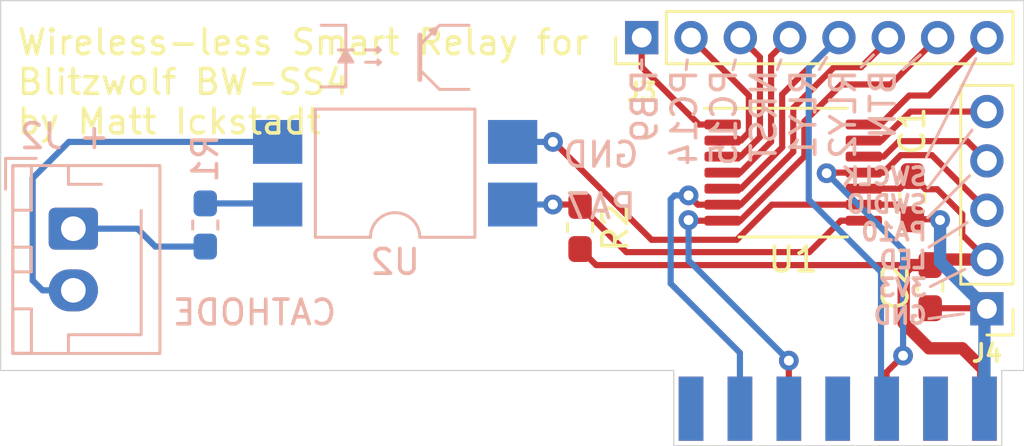
<source format=kicad_pcb>
(kicad_pcb (version 20171130) (host pcbnew "(5.1.6)-1")

  (general
    (thickness 0.6)
    (drawings 45)
    (tracks 136)
    (zones 0)
    (modules 10)
    (nets 18)
  )

  (page A4)
  (title_block
    (title "Wireless-less Smart Switch")
    (date 2020-09-12)
    (rev 1)
    (company "Matt Ickstadt")
  )

  (layers
    (0 F.Cu signal)
    (31 B.Cu signal)
    (32 B.Adhes user)
    (33 F.Adhes user)
    (34 B.Paste user)
    (35 F.Paste user)
    (36 B.SilkS user)
    (37 F.SilkS user hide)
    (38 B.Mask user)
    (39 F.Mask user)
    (40 Dwgs.User user)
    (41 Cmts.User user)
    (42 Eco1.User user)
    (43 Eco2.User user)
    (44 Edge.Cuts user)
    (45 Margin user)
    (46 B.CrtYd user)
    (47 F.CrtYd user)
    (48 B.Fab user hide)
    (49 F.Fab user hide)
  )

  (setup
    (last_trace_width 0.25)
    (user_trace_width 0.5)
    (trace_clearance 0.2)
    (zone_clearance 0.254)
    (zone_45_only yes)
    (trace_min 0.2)
    (via_size 0.8)
    (via_drill 0.4)
    (via_min_size 0.4)
    (via_min_drill 0.3)
    (uvia_size 0.3)
    (uvia_drill 0.1)
    (uvias_allowed no)
    (uvia_min_size 0.2)
    (uvia_min_drill 0.1)
    (edge_width 0.05)
    (segment_width 0.2)
    (pcb_text_width 0.3)
    (pcb_text_size 1.5 1.5)
    (mod_edge_width 0.12)
    (mod_text_size 1 1)
    (mod_text_width 0.15)
    (pad_size 1.524 1.524)
    (pad_drill 0.762)
    (pad_to_mask_clearance 0.05)
    (aux_axis_origin 0 0)
    (grid_origin 125 130)
    (visible_elements 7FFFFFFF)
    (pcbplotparams
      (layerselection 0x010fc_ffffffff)
      (usegerberextensions false)
      (usegerberattributes true)
      (usegerberadvancedattributes true)
      (creategerberjobfile true)
      (excludeedgelayer true)
      (linewidth 0.100000)
      (plotframeref false)
      (viasonmask false)
      (mode 1)
      (useauxorigin false)
      (hpglpennumber 1)
      (hpglpenspeed 20)
      (hpglpendiameter 15.000000)
      (psnegative false)
      (psa4output false)
      (plotreference true)
      (plotvalue true)
      (plotinvisibletext false)
      (padsonsilk false)
      (subtractmaskfromsilk false)
      (outputformat 1)
      (mirror false)
      (drillshape 0)
      (scaleselection 1)
      (outputdirectory "JLCPCB-FAB-3"))
  )

  (net 0 "")
  (net 1 GND)
  (net 2 +3V3)
  (net 3 "Net-(J2-Pad1)")
  (net 4 "Net-(R1-Pad2)")
  (net 5 PA0|RELAY_1)
  (net 6 PA1|RELAY_2)
  (net 7 PA9|LED)
  (net 8 PA4|BUTTON)
  (net 9 PA14|SWCLK)
  (net 10 ~RST)
  (net 11 PC15)
  (net 12 PC14)
  (net 13 PB9)
  (net 14 PA13|SWDIO)
  (net 15 PA10)
  (net 16 PA7|AUDIO_EN)
  (net 17 /CAT)

  (net_class Default "This is the default net class."
    (clearance 0.2)
    (trace_width 0.25)
    (via_dia 0.8)
    (via_drill 0.4)
    (uvia_dia 0.3)
    (uvia_drill 0.1)
    (add_net +3V3)
    (add_net /CAT)
    (add_net GND)
    (add_net "Net-(J1-Pad1)")
    (add_net "Net-(J1-Pad11)")
    (add_net "Net-(J1-Pad12)")
    (add_net "Net-(J1-Pad14)")
    (add_net "Net-(J1-Pad2)")
    (add_net "Net-(J1-Pad4)")
    (add_net "Net-(J1-Pad6)")
    (add_net "Net-(J1-Pad9)")
    (add_net "Net-(J2-Pad1)")
    (add_net "Net-(R1-Pad2)")
    (add_net PA0|RELAY_1)
    (add_net PA10)
    (add_net PA13|SWDIO)
    (add_net PA14|SWCLK)
    (add_net PA1|RELAY_2)
    (add_net PA4|BUTTON)
    (add_net PA7|AUDIO_EN)
    (add_net PA9|LED)
    (add_net PB9)
    (add_net PC14)
    (add_net PC15)
    (add_net ~RST)
  )

  (module RelayController:BoardEdgeSolderConnector (layer F.Cu) (tedit 5F5D7151) (tstamp 5F5DBE12)
    (at 153 131.55)
    (path /5F5D1BCF)
    (fp_text reference J1 (at 1.6 -1.9) (layer F.SilkS) hide
      (effects (font (size 1 1) (thickness 0.15)))
    )
    (fp_text value Conn_02x05_Odd_Even (at 0 -0.5) (layer F.Fab)
      (effects (font (size 1 1) (thickness 0.15)))
    )
    (fp_line (start -0.55 -1.35) (end -0.55 1.35) (layer F.CrtYd) (width 0.12))
    (fp_line (start -0.55 1.35) (end 12.5 1.35) (layer F.CrtYd) (width 0.12))
    (fp_line (start 12.45 1.35) (end 12.45 -1.35) (layer F.CrtYd) (width 0.12))
    (fp_line (start 12.45 -1.35) (end -0.55 -1.35) (layer F.CrtYd) (width 0.12))
    (pad 1 smd rect (at 0 0) (size 1 2.6) (layers F.Cu F.Paste F.Mask))
    (pad 2 smd rect (at 1.983 0) (size 1 2.6) (layers F.Cu F.Paste F.Mask))
    (pad 3 smd rect (at 3.966 0) (size 1 2.6) (layers F.Cu F.Paste F.Mask)
      (net 8 PA4|BUTTON))
    (pad 4 smd rect (at 5.949 0) (size 1 2.6) (layers F.Cu F.Paste F.Mask))
    (pad 5 smd rect (at 7.932 0) (size 1 2.6) (layers F.Cu F.Paste F.Mask)
      (net 7 PA9|LED))
    (pad 6 smd rect (at 9.915 0) (size 1 2.6) (layers F.Cu F.Paste F.Mask))
    (pad 7 smd rect (at 11.9 0) (size 1 2.6) (layers F.Cu F.Paste F.Mask)
      (net 2 +3V3))
    (pad 14 smd rect (at 0 0) (size 1 2.6) (layers B.Cu B.Paste B.Mask))
    (pad 13 smd rect (at 1.983 0) (size 1 2.6) (layers B.Cu B.Paste B.Mask)
      (net 6 PA1|RELAY_2))
    (pad 12 smd rect (at 3.966 0) (size 1 2.6) (layers B.Cu B.Paste B.Mask))
    (pad 11 smd rect (at 5.949 0) (size 1 2.6) (layers B.Cu B.Paste B.Mask))
    (pad 10 smd rect (at 7.932 0) (size 1 2.6) (layers B.Cu B.Paste B.Mask)
      (net 5 PA0|RELAY_1))
    (pad 9 smd rect (at 9.915 0) (size 1 2.6) (layers B.Cu B.Paste B.Mask))
    (pad 8 smd rect (at 11.9 0) (size 1 2.6) (layers B.Cu B.Paste B.Mask)
      (net 1 GND))
  )

  (module Connector_PinHeader_2.00mm:PinHeader_1x08_P2.00mm_Vertical (layer F.Cu) (tedit 59FED667) (tstamp 5F5D8CB9)
    (at 151 116.5 90)
    (descr "Through hole straight pin header, 1x08, 2.00mm pitch, single row")
    (tags "Through hole pin header THT 1x08 2.00mm single row")
    (path /5F5F410B)
    (fp_text reference J3 (at -2.2 0 180) (layer F.SilkS)
      (effects (font (size 0.7 0.7) (thickness 0.15)))
    )
    (fp_text value Conn_01x08 (at 0 16.06 90) (layer F.Fab)
      (effects (font (size 1 1) (thickness 0.15)))
    )
    (fp_line (start -0.5 -1) (end 1 -1) (layer F.Fab) (width 0.1))
    (fp_line (start 1 -1) (end 1 15) (layer F.Fab) (width 0.1))
    (fp_line (start 1 15) (end -1 15) (layer F.Fab) (width 0.1))
    (fp_line (start -1 15) (end -1 -0.5) (layer F.Fab) (width 0.1))
    (fp_line (start -1 -0.5) (end -0.5 -1) (layer F.Fab) (width 0.1))
    (fp_line (start -1.06 15.06) (end 1.06 15.06) (layer F.SilkS) (width 0.12))
    (fp_line (start -1.06 1) (end -1.06 15.06) (layer F.SilkS) (width 0.12))
    (fp_line (start 1.06 1) (end 1.06 15.06) (layer F.SilkS) (width 0.12))
    (fp_line (start -1.06 1) (end 1.06 1) (layer F.SilkS) (width 0.12))
    (fp_line (start -1.06 0) (end -1.06 -1.06) (layer F.SilkS) (width 0.12))
    (fp_line (start -1.06 -1.06) (end 0 -1.06) (layer F.SilkS) (width 0.12))
    (fp_line (start -1.5 -1.5) (end -1.5 15.5) (layer F.CrtYd) (width 0.05))
    (fp_line (start -1.5 15.5) (end 1.5 15.5) (layer F.CrtYd) (width 0.05))
    (fp_line (start 1.5 15.5) (end 1.5 -1.5) (layer F.CrtYd) (width 0.05))
    (fp_line (start 1.5 -1.5) (end -1.5 -1.5) (layer F.CrtYd) (width 0.05))
    (fp_text user %R (at 0 7) (layer F.Fab)
      (effects (font (size 1 1) (thickness 0.15)))
    )
    (pad 8 thru_hole oval (at 0 14 90) (size 1.35 1.35) (drill 0.8) (layers *.Cu *.Mask)
      (net 9 PA14|SWCLK))
    (pad 7 thru_hole oval (at 0 12 90) (size 1.35 1.35) (drill 0.8) (layers *.Cu *.Mask)
      (net 8 PA4|BUTTON))
    (pad 6 thru_hole oval (at 0 10 90) (size 1.35 1.35) (drill 0.8) (layers *.Cu *.Mask)
      (net 6 PA1|RELAY_2))
    (pad 5 thru_hole oval (at 0 8 90) (size 1.35 1.35) (drill 0.8) (layers *.Cu *.Mask)
      (net 5 PA0|RELAY_1))
    (pad 4 thru_hole oval (at 0 6 90) (size 1.35 1.35) (drill 0.8) (layers *.Cu *.Mask)
      (net 10 ~RST))
    (pad 3 thru_hole oval (at 0 4 90) (size 1.35 1.35) (drill 0.8) (layers *.Cu *.Mask)
      (net 11 PC15))
    (pad 2 thru_hole oval (at 0 2 90) (size 1.35 1.35) (drill 0.8) (layers *.Cu *.Mask)
      (net 12 PC14))
    (pad 1 thru_hole rect (at 0 0 90) (size 1.35 1.35) (drill 0.8) (layers *.Cu *.Mask)
      (net 13 PB9))
  )

  (module Connector_PinHeader_2.00mm:PinHeader_1x05_P2.00mm_Vertical (layer F.Cu) (tedit 59FED667) (tstamp 5F5D9595)
    (at 165 127.5 180)
    (descr "Through hole straight pin header, 1x05, 2.00mm pitch, single row")
    (tags "Through hole pin header THT 1x05 2.00mm single row")
    (path /5F5FA7E0)
    (fp_text reference J4 (at 0 -1.8) (layer F.SilkS)
      (effects (font (size 0.7 0.7) (thickness 0.15)))
    )
    (fp_text value Conn_01x05 (at 0 10.06) (layer F.Fab)
      (effects (font (size 1 1) (thickness 0.15)))
    )
    (fp_line (start -0.5 -1) (end 1 -1) (layer F.Fab) (width 0.1))
    (fp_line (start 1 -1) (end 1 9) (layer F.Fab) (width 0.1))
    (fp_line (start 1 9) (end -1 9) (layer F.Fab) (width 0.1))
    (fp_line (start -1 9) (end -1 -0.5) (layer F.Fab) (width 0.1))
    (fp_line (start -1 -0.5) (end -0.5 -1) (layer F.Fab) (width 0.1))
    (fp_line (start -1.06 9.06) (end 1.06 9.06) (layer F.SilkS) (width 0.12))
    (fp_line (start -1.06 1) (end -1.06 9.06) (layer F.SilkS) (width 0.12))
    (fp_line (start 1.06 1) (end 1.06 9.06) (layer F.SilkS) (width 0.12))
    (fp_line (start -1.06 1) (end 1.06 1) (layer F.SilkS) (width 0.12))
    (fp_line (start -1.06 0) (end -1.06 -1.06) (layer F.SilkS) (width 0.12))
    (fp_line (start -1.06 -1.06) (end 0 -1.06) (layer F.SilkS) (width 0.12))
    (fp_line (start -1.5 -1.5) (end -1.5 9.5) (layer F.CrtYd) (width 0.05))
    (fp_line (start -1.5 9.5) (end 1.5 9.5) (layer F.CrtYd) (width 0.05))
    (fp_line (start 1.5 9.5) (end 1.5 -1.5) (layer F.CrtYd) (width 0.05))
    (fp_line (start 1.5 -1.5) (end -1.5 -1.5) (layer F.CrtYd) (width 0.05))
    (fp_text user %R (at 0 4 90) (layer F.Fab)
      (effects (font (size 1 1) (thickness 0.15)))
    )
    (pad 5 thru_hole oval (at 0 8 180) (size 1.35 1.35) (drill 0.8) (layers *.Cu *.Mask)
      (net 14 PA13|SWDIO))
    (pad 4 thru_hole oval (at 0 6 180) (size 1.35 1.35) (drill 0.8) (layers *.Cu *.Mask)
      (net 15 PA10))
    (pad 3 thru_hole oval (at 0 4 180) (size 1.35 1.35) (drill 0.8) (layers *.Cu *.Mask)
      (net 7 PA9|LED))
    (pad 2 thru_hole oval (at 0 2 180) (size 1.35 1.35) (drill 0.8) (layers *.Cu *.Mask)
      (net 2 +3V3))
    (pad 1 thru_hole rect (at 0 0 180) (size 1.35 1.35) (drill 0.8) (layers *.Cu *.Mask)
      (net 1 GND))
  )

  (module Package_DIP:SMDIP-4_W9.53mm (layer B.Cu) (tedit 5A02E8C5) (tstamp 5F5DAE88)
    (at 141 122)
    (descr "4-lead surface-mounted (SMD) DIP package, row spacing 9.53 mm (375 mils)")
    (tags "SMD DIP DIL PDIP SMDIP 2.54mm 9.53mm 375mil")
    (path /5F611F93)
    (attr smd)
    (fp_text reference U2 (at 0 3.6) (layer B.SilkS)
      (effects (font (size 1 1) (thickness 0.15)) (justify mirror))
    )
    (fp_text value TLP383 (at 0 -3.6) (layer B.Fab)
      (effects (font (size 1 1) (thickness 0.15)) (justify mirror))
    )
    (fp_line (start -2.175 2.54) (end 3.175 2.54) (layer B.Fab) (width 0.1))
    (fp_line (start 3.175 2.54) (end 3.175 -2.54) (layer B.Fab) (width 0.1))
    (fp_line (start 3.175 -2.54) (end -3.175 -2.54) (layer B.Fab) (width 0.1))
    (fp_line (start -3.175 -2.54) (end -3.175 1.54) (layer B.Fab) (width 0.1))
    (fp_line (start -3.175 1.54) (end -2.175 2.54) (layer B.Fab) (width 0.1))
    (fp_line (start -1 2.6) (end -3.235 2.6) (layer B.SilkS) (width 0.12))
    (fp_line (start -3.235 2.6) (end -3.235 -2.6) (layer B.SilkS) (width 0.12))
    (fp_line (start -3.235 -2.6) (end 3.235 -2.6) (layer B.SilkS) (width 0.12))
    (fp_line (start 3.235 -2.6) (end 3.235 2.6) (layer B.SilkS) (width 0.12))
    (fp_line (start 3.235 2.6) (end 1 2.6) (layer B.SilkS) (width 0.12))
    (fp_line (start -6.05 2.8) (end -6.05 -2.8) (layer B.CrtYd) (width 0.05))
    (fp_line (start -6.05 -2.8) (end 6.05 -2.8) (layer B.CrtYd) (width 0.05))
    (fp_line (start 6.05 -2.8) (end 6.05 2.8) (layer B.CrtYd) (width 0.05))
    (fp_line (start 6.05 2.8) (end -6.05 2.8) (layer B.CrtYd) (width 0.05))
    (fp_text user %R (at 0 0) (layer B.Fab)
      (effects (font (size 1 1) (thickness 0.15)) (justify mirror))
    )
    (fp_arc (start 0 2.6) (end -1 2.6) (angle 180) (layer B.SilkS) (width 0.12))
    (pad 4 smd rect (at 4.765 1.27) (size 2 1.78) (layers B.Cu B.Paste B.Mask)
      (net 16 PA7|AUDIO_EN))
    (pad 2 smd rect (at -4.765 -1.27) (size 2 1.78) (layers B.Cu B.Paste B.Mask)
      (net 17 /CAT))
    (pad 3 smd rect (at 4.765 -1.27) (size 2 1.78) (layers B.Cu B.Paste B.Mask)
      (net 1 GND))
    (pad 1 smd rect (at -4.765 1.27) (size 2 1.78) (layers B.Cu B.Paste B.Mask)
      (net 4 "Net-(R1-Pad2)"))
    (model ${KISYS3DMOD}/Package_DIP.3dshapes/SMDIP-4_W9.53mm.wrl
      (at (xyz 0 0 0))
      (scale (xyz 1 1 0.6))
      (rotate (xyz 0 0 0))
    )
  )

  (module Resistor_SMD:R_0603_1608Metric_Pad1.05x0.95mm_HandSolder (layer F.Cu) (tedit 5B301BBD) (tstamp 5F5DAE20)
    (at 148.5 124.2 270)
    (descr "Resistor SMD 0603 (1608 Metric), square (rectangular) end terminal, IPC_7351 nominal with elongated pad for handsoldering. (Body size source: http://www.tortai-tech.com/upload/download/2011102023233369053.pdf), generated with kicad-footprint-generator")
    (tags "resistor handsolder")
    (path /5F613B0B)
    (attr smd)
    (fp_text reference R2 (at 0 -1.43 90) (layer F.SilkS)
      (effects (font (size 1 1) (thickness 0.15)))
    )
    (fp_text value 4.7k (at 0 1.43 90) (layer F.Fab)
      (effects (font (size 1 1) (thickness 0.15)))
    )
    (fp_line (start -0.8 0.4) (end -0.8 -0.4) (layer F.Fab) (width 0.1))
    (fp_line (start -0.8 -0.4) (end 0.8 -0.4) (layer F.Fab) (width 0.1))
    (fp_line (start 0.8 -0.4) (end 0.8 0.4) (layer F.Fab) (width 0.1))
    (fp_line (start 0.8 0.4) (end -0.8 0.4) (layer F.Fab) (width 0.1))
    (fp_line (start -0.171267 -0.51) (end 0.171267 -0.51) (layer F.SilkS) (width 0.12))
    (fp_line (start -0.171267 0.51) (end 0.171267 0.51) (layer F.SilkS) (width 0.12))
    (fp_line (start -1.65 0.73) (end -1.65 -0.73) (layer F.CrtYd) (width 0.05))
    (fp_line (start -1.65 -0.73) (end 1.65 -0.73) (layer F.CrtYd) (width 0.05))
    (fp_line (start 1.65 -0.73) (end 1.65 0.73) (layer F.CrtYd) (width 0.05))
    (fp_line (start 1.65 0.73) (end -1.65 0.73) (layer F.CrtYd) (width 0.05))
    (fp_text user %R (at 0 0 90) (layer F.Fab)
      (effects (font (size 0.4 0.4) (thickness 0.06)))
    )
    (pad 2 smd roundrect (at 0.875 0 270) (size 1.05 0.95) (layers F.Cu F.Paste F.Mask) (roundrect_rratio 0.25)
      (net 2 +3V3))
    (pad 1 smd roundrect (at -0.875 0 270) (size 1.05 0.95) (layers F.Cu F.Paste F.Mask) (roundrect_rratio 0.25)
      (net 16 PA7|AUDIO_EN))
    (model ${KISYS3DMOD}/Resistor_SMD.3dshapes/R_0603_1608Metric.wrl
      (at (xyz 0 0 0))
      (scale (xyz 1 1 1))
      (rotate (xyz 0 0 0))
    )
  )

  (module Package_SO:TSSOP-14_4.4x5mm_P0.65mm (layer F.Cu) (tedit 5E476F32) (tstamp 5F5D172B)
    (at 157.146 121.976)
    (descr "TSSOP, 14 Pin (JEDEC MO-153 Var AB-1 https://www.jedec.org/document_search?search_api_views_fulltext=MO-153), generated with kicad-footprint-generator ipc_gullwing_generator.py")
    (tags "TSSOP SO")
    (path /5F5D065C)
    (attr smd)
    (fp_text reference U1 (at 0 3.524) (layer F.SilkS)
      (effects (font (size 1 1) (thickness 0.15)))
    )
    (fp_text value STM32L011D4Px (at 0 3.45) (layer F.Fab)
      (effects (font (size 1 1) (thickness 0.15)))
    )
    (fp_line (start 0 2.61) (end 2.2 2.61) (layer F.SilkS) (width 0.12))
    (fp_line (start 0 2.61) (end -2.2 2.61) (layer F.SilkS) (width 0.12))
    (fp_line (start 0 -2.61) (end 2.2 -2.61) (layer F.SilkS) (width 0.12))
    (fp_line (start 0 -2.61) (end -3.6 -2.61) (layer F.SilkS) (width 0.12))
    (fp_line (start -1.2 -2.5) (end 2.2 -2.5) (layer F.Fab) (width 0.1))
    (fp_line (start 2.2 -2.5) (end 2.2 2.5) (layer F.Fab) (width 0.1))
    (fp_line (start 2.2 2.5) (end -2.2 2.5) (layer F.Fab) (width 0.1))
    (fp_line (start -2.2 2.5) (end -2.2 -1.5) (layer F.Fab) (width 0.1))
    (fp_line (start -2.2 -1.5) (end -1.2 -2.5) (layer F.Fab) (width 0.1))
    (fp_line (start -3.85 -2.75) (end -3.85 2.75) (layer F.CrtYd) (width 0.05))
    (fp_line (start -3.85 2.75) (end 3.85 2.75) (layer F.CrtYd) (width 0.05))
    (fp_line (start 3.85 2.75) (end 3.85 -2.75) (layer F.CrtYd) (width 0.05))
    (fp_line (start 3.85 -2.75) (end -3.85 -2.75) (layer F.CrtYd) (width 0.05))
    (fp_text user %R (at 0 0) (layer F.Fab)
      (effects (font (size 1 1) (thickness 0.15)))
    )
    (pad 14 smd roundrect (at 2.8625 -1.95) (size 1.475 0.4) (layers F.Cu F.Paste F.Mask) (roundrect_rratio 0.25)
      (net 9 PA14|SWCLK))
    (pad 13 smd roundrect (at 2.8625 -1.3) (size 1.475 0.4) (layers F.Cu F.Paste F.Mask) (roundrect_rratio 0.25)
      (net 14 PA13|SWDIO))
    (pad 12 smd roundrect (at 2.8625 -0.65) (size 1.475 0.4) (layers F.Cu F.Paste F.Mask) (roundrect_rratio 0.25)
      (net 15 PA10))
    (pad 11 smd roundrect (at 2.8625 0) (size 1.475 0.4) (layers F.Cu F.Paste F.Mask) (roundrect_rratio 0.25)
      (net 7 PA9|LED))
    (pad 10 smd roundrect (at 2.8625 0.65) (size 1.475 0.4) (layers F.Cu F.Paste F.Mask) (roundrect_rratio 0.25)
      (net 2 +3V3))
    (pad 9 smd roundrect (at 2.8625 1.3) (size 1.475 0.4) (layers F.Cu F.Paste F.Mask) (roundrect_rratio 0.25)
      (net 1 GND))
    (pad 8 smd roundrect (at 2.8625 1.95) (size 1.475 0.4) (layers F.Cu F.Paste F.Mask) (roundrect_rratio 0.25)
      (net 16 PA7|AUDIO_EN))
    (pad 7 smd roundrect (at -2.8625 1.95) (size 1.475 0.4) (layers F.Cu F.Paste F.Mask) (roundrect_rratio 0.25)
      (net 8 PA4|BUTTON))
    (pad 6 smd roundrect (at -2.8625 1.3) (size 1.475 0.4) (layers F.Cu F.Paste F.Mask) (roundrect_rratio 0.25)
      (net 6 PA1|RELAY_2))
    (pad 5 smd roundrect (at -2.8625 0.65) (size 1.475 0.4) (layers F.Cu F.Paste F.Mask) (roundrect_rratio 0.25)
      (net 5 PA0|RELAY_1))
    (pad 4 smd roundrect (at -2.8625 0) (size 1.475 0.4) (layers F.Cu F.Paste F.Mask) (roundrect_rratio 0.25)
      (net 10 ~RST))
    (pad 3 smd roundrect (at -2.8625 -0.65) (size 1.475 0.4) (layers F.Cu F.Paste F.Mask) (roundrect_rratio 0.25)
      (net 11 PC15))
    (pad 2 smd roundrect (at -2.8625 -1.3) (size 1.475 0.4) (layers F.Cu F.Paste F.Mask) (roundrect_rratio 0.25)
      (net 12 PC14))
    (pad 1 smd roundrect (at -2.8625 -1.95) (size 1.475 0.4) (layers F.Cu F.Paste F.Mask) (roundrect_rratio 0.25)
      (net 13 PB9))
    (model ${KISYS3DMOD}/Package_SO.3dshapes/TSSOP-14_4.4x5mm_P0.65mm.wrl
      (at (xyz 0 0 0))
      (scale (xyz 1 1 1))
      (rotate (xyz 0 0 0))
    )
  )

  (module Resistor_SMD:R_0603_1608Metric_Pad1.05x0.95mm_HandSolder (layer B.Cu) (tedit 5B301BBD) (tstamp 5F5D170B)
    (at 133.3 124.1 90)
    (descr "Resistor SMD 0603 (1608 Metric), square (rectangular) end terminal, IPC_7351 nominal with elongated pad for handsoldering. (Body size source: http://www.tortai-tech.com/upload/download/2011102023233369053.pdf), generated with kicad-footprint-generator")
    (tags "resistor handsolder")
    (path /5F5DCB2E)
    (attr smd)
    (fp_text reference R1 (at 2.7 0 90) (layer B.SilkS)
      (effects (font (size 1 1) (thickness 0.15)) (justify mirror))
    )
    (fp_text value 100 (at 0 -1.43 90) (layer B.Fab)
      (effects (font (size 1 1) (thickness 0.15)) (justify mirror))
    )
    (fp_line (start -0.8 -0.4) (end -0.8 0.4) (layer B.Fab) (width 0.1))
    (fp_line (start -0.8 0.4) (end 0.8 0.4) (layer B.Fab) (width 0.1))
    (fp_line (start 0.8 0.4) (end 0.8 -0.4) (layer B.Fab) (width 0.1))
    (fp_line (start 0.8 -0.4) (end -0.8 -0.4) (layer B.Fab) (width 0.1))
    (fp_line (start -0.171267 0.51) (end 0.171267 0.51) (layer B.SilkS) (width 0.12))
    (fp_line (start -0.171267 -0.51) (end 0.171267 -0.51) (layer B.SilkS) (width 0.12))
    (fp_line (start -1.65 -0.73) (end -1.65 0.73) (layer B.CrtYd) (width 0.05))
    (fp_line (start -1.65 0.73) (end 1.65 0.73) (layer B.CrtYd) (width 0.05))
    (fp_line (start 1.65 0.73) (end 1.65 -0.73) (layer B.CrtYd) (width 0.05))
    (fp_line (start 1.65 -0.73) (end -1.65 -0.73) (layer B.CrtYd) (width 0.05))
    (fp_text user %R (at 0 0 90) (layer B.Fab)
      (effects (font (size 0.4 0.4) (thickness 0.06)) (justify mirror))
    )
    (pad 2 smd roundrect (at 0.875 0 90) (size 1.05 0.95) (layers B.Cu B.Paste B.Mask) (roundrect_rratio 0.25)
      (net 4 "Net-(R1-Pad2)"))
    (pad 1 smd roundrect (at -0.875 0 90) (size 1.05 0.95) (layers B.Cu B.Paste B.Mask) (roundrect_rratio 0.25)
      (net 3 "Net-(J2-Pad1)"))
    (model ${KISYS3DMOD}/Resistor_SMD.3dshapes/R_0603_1608Metric.wrl
      (at (xyz 0 0 0))
      (scale (xyz 1 1 1))
      (rotate (xyz 0 0 0))
    )
  )

  (module Connector_JST:JST_XH_B02B-XH-AM_1x02_P2.50mm_Vertical (layer B.Cu) (tedit 5B7754C5) (tstamp 5F5D16FA)
    (at 127.95 124.25 270)
    (descr "JST XH series connector, B02B-XH-AM, with boss (http://www.jst-mfg.com/product/pdf/eng/eXH.pdf), generated with kicad-footprint-generator")
    (tags "connector JST XH side entry boss")
    (path /5F5D11F5)
    (fp_text reference J2 (at -3.75 1.3 180) (layer B.SilkS)
      (effects (font (size 1 1) (thickness 0.15)) (justify mirror))
    )
    (fp_text value Conn_01x02 (at 1.25 -4.6 90) (layer B.Fab)
      (effects (font (size 1 1) (thickness 0.15)) (justify mirror))
    )
    (fp_line (start -2.45 2.35) (end -2.45 -3.4) (layer B.Fab) (width 0.1))
    (fp_line (start -2.45 -3.4) (end 4.95 -3.4) (layer B.Fab) (width 0.1))
    (fp_line (start 4.95 -3.4) (end 4.95 2.35) (layer B.Fab) (width 0.1))
    (fp_line (start 4.95 2.35) (end -2.45 2.35) (layer B.Fab) (width 0.1))
    (fp_line (start -2.56 2.46) (end -2.56 -3.51) (layer B.SilkS) (width 0.12))
    (fp_line (start -2.56 -3.51) (end 5.06 -3.51) (layer B.SilkS) (width 0.12))
    (fp_line (start 5.06 -3.51) (end 5.06 2.46) (layer B.SilkS) (width 0.12))
    (fp_line (start 5.06 2.46) (end -2.56 2.46) (layer B.SilkS) (width 0.12))
    (fp_line (start -2.95 2.85) (end -2.95 -3.9) (layer B.CrtYd) (width 0.05))
    (fp_line (start -2.95 -3.9) (end 5.45 -3.9) (layer B.CrtYd) (width 0.05))
    (fp_line (start 5.45 -3.9) (end 5.45 2.85) (layer B.CrtYd) (width 0.05))
    (fp_line (start 5.45 2.85) (end -2.95 2.85) (layer B.CrtYd) (width 0.05))
    (fp_line (start -0.625 2.35) (end 0 1.35) (layer B.Fab) (width 0.1))
    (fp_line (start 0 1.35) (end 0.625 2.35) (layer B.Fab) (width 0.1))
    (fp_line (start 0.75 2.45) (end 0.75 1.7) (layer B.SilkS) (width 0.12))
    (fp_line (start 0.75 1.7) (end 1.75 1.7) (layer B.SilkS) (width 0.12))
    (fp_line (start 1.75 1.7) (end 1.75 2.45) (layer B.SilkS) (width 0.12))
    (fp_line (start 1.75 2.45) (end 0.75 2.45) (layer B.SilkS) (width 0.12))
    (fp_line (start -2.55 2.45) (end -2.55 1.7) (layer B.SilkS) (width 0.12))
    (fp_line (start -2.55 1.7) (end -0.75 1.7) (layer B.SilkS) (width 0.12))
    (fp_line (start -0.75 1.7) (end -0.75 2.45) (layer B.SilkS) (width 0.12))
    (fp_line (start -0.75 2.45) (end -2.55 2.45) (layer B.SilkS) (width 0.12))
    (fp_line (start 3.25 2.45) (end 3.25 1.7) (layer B.SilkS) (width 0.12))
    (fp_line (start 3.25 1.7) (end 5.05 1.7) (layer B.SilkS) (width 0.12))
    (fp_line (start 5.05 1.7) (end 5.05 2.45) (layer B.SilkS) (width 0.12))
    (fp_line (start 5.05 2.45) (end 3.25 2.45) (layer B.SilkS) (width 0.12))
    (fp_line (start -2.55 0.2) (end -1.8 0.2) (layer B.SilkS) (width 0.12))
    (fp_line (start -1.8 0.2) (end -1.8 -1.14) (layer B.SilkS) (width 0.12))
    (fp_line (start 1.25 -2.75) (end -0.74 -2.75) (layer B.SilkS) (width 0.12))
    (fp_line (start 5.05 0.2) (end 4.3 0.2) (layer B.SilkS) (width 0.12))
    (fp_line (start 4.3 0.2) (end 4.3 -2.75) (layer B.SilkS) (width 0.12))
    (fp_line (start 4.3 -2.75) (end 1.25 -2.75) (layer B.SilkS) (width 0.12))
    (fp_line (start -1.6 2.75) (end -2.85 2.75) (layer B.SilkS) (width 0.12))
    (fp_line (start -2.85 2.75) (end -2.85 1.5) (layer B.SilkS) (width 0.12))
    (fp_text user %R (at 1.25 -2.7 90) (layer B.Fab)
      (effects (font (size 1 1) (thickness 0.15)) (justify mirror))
    )
    (pad "" np_thru_hole circle (at -1.6 -2 270) (size 1.2 1.2) (drill 1.2) (layers *.Cu *.Mask))
    (pad 2 thru_hole oval (at 2.5 0 270) (size 1.7 2) (drill 1) (layers *.Cu *.Mask)
      (net 17 /CAT))
    (pad 1 thru_hole roundrect (at 0 0 270) (size 1.7 2) (drill 1) (layers *.Cu *.Mask) (roundrect_rratio 0.147059)
      (net 3 "Net-(J2-Pad1)"))
    (model ${KISYS3DMOD}/Connector_JST.3dshapes/JST_XH_B02B-XH-AM_1x02_P2.50mm_Vertical.wrl
      (at (xyz 0 0 0))
      (scale (xyz 1 1 1))
      (rotate (xyz 0 0 0))
    )
    (model ${KISYS3DMOD}/Connector_JST.3dshapes/JST_XH_B2B-XH-A_1x02_P2.50mm_Vertical.wrl
      (at (xyz 0 0 0))
      (scale (xyz 1 1 1))
      (rotate (xyz 0 0 0))
    )
  )

  (module Capacitor_SMD:C_0603_1608Metric_Pad1.05x0.95mm_HandSolder (layer F.Cu) (tedit 5B301BBE) (tstamp 5F5D16D0)
    (at 162.7 126.6 270)
    (descr "Capacitor SMD 0603 (1608 Metric), square (rectangular) end terminal, IPC_7351 nominal with elongated pad for handsoldering. (Body size source: http://www.tortai-tech.com/upload/download/2011102023233369053.pdf), generated with kicad-footprint-generator")
    (tags "capacitor handsolder")
    (path /5F5D3ECE)
    (attr smd)
    (fp_text reference C2 (at 0 1.4 90) (layer F.SilkS)
      (effects (font (size 1 1) (thickness 0.15)))
    )
    (fp_text value 10uF (at 0 1.43 90) (layer F.Fab)
      (effects (font (size 1 1) (thickness 0.15)))
    )
    (fp_line (start -0.8 0.4) (end -0.8 -0.4) (layer F.Fab) (width 0.1))
    (fp_line (start -0.8 -0.4) (end 0.8 -0.4) (layer F.Fab) (width 0.1))
    (fp_line (start 0.8 -0.4) (end 0.8 0.4) (layer F.Fab) (width 0.1))
    (fp_line (start 0.8 0.4) (end -0.8 0.4) (layer F.Fab) (width 0.1))
    (fp_line (start -0.171267 -0.51) (end 0.171267 -0.51) (layer F.SilkS) (width 0.12))
    (fp_line (start -0.171267 0.51) (end 0.171267 0.51) (layer F.SilkS) (width 0.12))
    (fp_line (start -1.65 0.73) (end -1.65 -0.73) (layer F.CrtYd) (width 0.05))
    (fp_line (start -1.65 -0.73) (end 1.65 -0.73) (layer F.CrtYd) (width 0.05))
    (fp_line (start 1.65 -0.73) (end 1.65 0.73) (layer F.CrtYd) (width 0.05))
    (fp_line (start 1.65 0.73) (end -1.65 0.73) (layer F.CrtYd) (width 0.05))
    (fp_text user %R (at 0 0 90) (layer F.Fab)
      (effects (font (size 0.4 0.4) (thickness 0.06)))
    )
    (pad 2 smd roundrect (at 0.875 0 270) (size 1.05 0.95) (layers F.Cu F.Paste F.Mask) (roundrect_rratio 0.25)
      (net 1 GND))
    (pad 1 smd roundrect (at -0.875 0 270) (size 1.05 0.95) (layers F.Cu F.Paste F.Mask) (roundrect_rratio 0.25)
      (net 2 +3V3))
    (model ${KISYS3DMOD}/Capacitor_SMD.3dshapes/C_0603_1608Metric.wrl
      (at (xyz 0 0 0))
      (scale (xyz 1 1 1))
      (rotate (xyz 0 0 0))
    )
  )

  (module Capacitor_SMD:C_0603_1608Metric_Pad1.05x0.95mm_HandSolder (layer F.Cu) (tedit 5B301BBE) (tstamp 5F5D16BF)
    (at 161.976 122.992 270)
    (descr "Capacitor SMD 0603 (1608 Metric), square (rectangular) end terminal, IPC_7351 nominal with elongated pad for handsoldering. (Body size source: http://www.tortai-tech.com/upload/download/2011102023233369053.pdf), generated with kicad-footprint-generator")
    (tags "capacitor handsolder")
    (path /5F5D4195)
    (attr smd)
    (fp_text reference C1 (at -2.706 0 90) (layer F.SilkS)
      (effects (font (size 1 1) (thickness 0.15)))
    )
    (fp_text value 100nF (at 0 1.43 90) (layer F.Fab)
      (effects (font (size 1 1) (thickness 0.15)))
    )
    (fp_line (start -0.8 0.4) (end -0.8 -0.4) (layer F.Fab) (width 0.1))
    (fp_line (start -0.8 -0.4) (end 0.8 -0.4) (layer F.Fab) (width 0.1))
    (fp_line (start 0.8 -0.4) (end 0.8 0.4) (layer F.Fab) (width 0.1))
    (fp_line (start 0.8 0.4) (end -0.8 0.4) (layer F.Fab) (width 0.1))
    (fp_line (start -0.171267 -0.51) (end 0.171267 -0.51) (layer F.SilkS) (width 0.12))
    (fp_line (start -0.171267 0.51) (end 0.171267 0.51) (layer F.SilkS) (width 0.12))
    (fp_line (start -1.65 0.73) (end -1.65 -0.73) (layer F.CrtYd) (width 0.05))
    (fp_line (start -1.65 -0.73) (end 1.65 -0.73) (layer F.CrtYd) (width 0.05))
    (fp_line (start 1.65 -0.73) (end 1.65 0.73) (layer F.CrtYd) (width 0.05))
    (fp_line (start 1.65 0.73) (end -1.65 0.73) (layer F.CrtYd) (width 0.05))
    (fp_text user %R (at 0 0 90) (layer F.Fab)
      (effects (font (size 0.4 0.4) (thickness 0.06)))
    )
    (pad 2 smd roundrect (at 0.875 0 270) (size 1.05 0.95) (layers F.Cu F.Paste F.Mask) (roundrect_rratio 0.25)
      (net 1 GND))
    (pad 1 smd roundrect (at -0.875 0 270) (size 1.05 0.95) (layers F.Cu F.Paste F.Mask) (roundrect_rratio 0.25)
      (net 2 +3V3))
    (model ${KISYS3DMOD}/Capacitor_SMD.3dshapes/C_0603_1608Metric.wrl
      (at (xyz 0 0 0))
      (scale (xyz 1 1 1))
      (rotate (xyz 0 0 0))
    )
  )

  (gr_line (start 142 116.8) (end 142.8 116) (layer B.SilkS) (width 0.12) (tstamp 5F5E0C53))
  (gr_line (start 142.8 116) (end 144 116) (layer B.SilkS) (width 0.12))
  (gr_line (start 142.8 118.6) (end 144 118.6) (layer B.SilkS) (width 0.12))
  (gr_poly (pts (xy 142.6 116.4) (xy 142.4 116.2) (xy 142.7 116.1)) (layer B.SilkS) (width 0.1))
  (gr_line (start 142 117.8) (end 142.8 118.6) (layer B.SilkS) (width 0.12))
  (gr_line (start 142 118.2) (end 142 116.4) (layer B.SilkS) (width 0.2))
  (gr_line (start 140.4 117) (end 140.3 117.1) (layer B.SilkS) (width 0.12))
  (gr_line (start 140.3 116.9) (end 140.4 117) (layer B.SilkS) (width 0.12) (tstamp 5F5E0BFE))
  (gr_line (start 140.4 117.5) (end 140.3 117.6) (layer B.SilkS) (width 0.12))
  (gr_line (start 140.3 117.4) (end 140.4 117.5) (layer B.SilkS) (width 0.12) (tstamp 5F5E0BFD))
  (gr_line (start 139.8 117.5) (end 140.4 117.5) (layer B.SilkS) (width 0.12))
  (gr_line (start 139.8 117) (end 140.4 117) (layer B.SilkS) (width 0.12))
  (gr_poly (pts (xy 139.3 117.5) (xy 138.7 117.5) (xy 139 117)) (layer B.SilkS) (width 0.1))
  (gr_line (start 138.7 117) (end 139.3 117) (layer B.SilkS) (width 0.12))
  (gr_line (start 139 118.5) (end 138 118.5) (layer B.SilkS) (width 0.12))
  (gr_line (start 139 116) (end 139 118.5) (layer B.SilkS) (width 0.12))
  (gr_line (start 138 116) (end 139 116) (layer B.SilkS) (width 0.12))
  (gr_text GND (at 149.35 121.25) (layer B.SilkS) (tstamp 5F5E0A0D)
    (effects (font (size 1 1) (thickness 0.15)) (justify mirror))
  )
  (gr_text PA7 (at 149.35 123.35) (layer B.SilkS)
    (effects (font (size 1 1) (thickness 0.15)) (justify mirror))
  )
  (gr_text + (at 128.8 120.5) (layer B.SilkS)
    (effects (font (size 1 1) (thickness 0.15)) (justify mirror))
  )
  (gr_text CATHODE (at 135.3 127.65) (layer B.SilkS)
    (effects (font (size 1 1) (thickness 0.15)) (justify mirror))
  )
  (gr_text "Wireless-less Smart Relay for\nBlitzwolf BW-SS4\nby Matt Ickstadt" (at 125.6 118.3) (layer F.SilkS)
    (effects (font (size 1 1) (thickness 0.15)) (justify left))
  )
  (gr_line (start 162.65 127.9) (end 164.05 127.7) (layer B.SilkS) (width 0.12))
  (gr_line (start 162.7 126.6) (end 164.1 125.9) (layer B.SilkS) (width 0.12))
  (gr_line (start 162.65 125) (end 164.2 124) (layer B.SilkS) (width 0.12))
  (gr_line (start 162.6 123.8) (end 164.3 122.1) (layer B.SilkS) (width 0.12))
  (gr_line (start 164.4 120.25) (end 162.6 122.6) (layer B.SilkS) (width 0.12))
  (gr_line (start 164.55 117.35) (end 162.55 121.35) (layer B.SilkS) (width 0.12))
  (gr_line (start 151 117.8) (end 151 117.4) (layer B.SilkS) (width 0.12))
  (gr_line (start 152.8 117.8) (end 152.85 117.4) (layer B.SilkS) (width 0.12))
  (gr_line (start 154.7 117.8) (end 154.8 117.4) (layer B.SilkS) (width 0.12))
  (gr_line (start 156.5 117.8) (end 156.65 117.4) (layer B.SilkS) (width 0.12))
  (gr_line (start 158.2 117.8) (end 158.5 117.3) (layer B.SilkS) (width 0.12))
  (gr_line (start 159.9 117.7) (end 160.4 117.2) (layer B.SilkS) (width 0.12))
  (gr_line (start 161.6 117.8) (end 162.3 117.2) (layer B.SilkS) (width 0.12))
  (gr_text "SWCLK\nSWDIO\nPA10\nLED\n3V3\nGND" (at 162.65 124.95) (layer B.SilkS)
    (effects (font (size 0.7 0.7) (thickness 0.15)) (justify left mirror))
  )
  (gr_text "PB9\nPC14\nPC15\nNRST\nRLY1\nRLY2\nBTN" (at 155.95 117.7 90) (layer B.SilkS)
    (effects (font (size 1 1) (thickness 0.15)) (justify left mirror))
  )
  (gr_line (start 125 115) (end 166.5 115) (layer Edge.Cuts) (width 0.05) (tstamp 5F5DCE6D))
  (gr_line (start 152.3 130) (end 125 130) (layer Edge.Cuts) (width 0.05) (tstamp 5F5D828F))
  (gr_line (start 165.6 133.05) (end 165.6 130) (layer Edge.Cuts) (width 0.05))
  (gr_line (start 152.3 133.05) (end 165.6 133.05) (layer Edge.Cuts) (width 0.05))
  (gr_line (start 152.3 130) (end 152.3 133.05) (layer Edge.Cuts) (width 0.05))
  (gr_line (start 165.6 130) (end 166.5 130) (layer Edge.Cuts) (width 0.05))
  (gr_line (start 166.5 115) (end 166.5 130) (layer Edge.Cuts) (width 0.05))
  (gr_line (start 125 130) (end 125 115) (layer Edge.Cuts) (width 0.05))

  (segment (start 161.385 123.276) (end 161.976 123.867) (width 0.25) (layer F.Cu) (net 1))
  (segment (start 159.7585 123.276) (end 161.385 123.276) (width 0.25) (layer F.Cu) (net 1))
  (via (at 163.1 123.9) (size 0.8) (drill 0.4) (layers F.Cu B.Cu) (net 1))
  (segment (start 161.976 123.867) (end 163.067 123.867) (width 0.25) (layer F.Cu) (net 1))
  (segment (start 163.067 123.867) (end 163.1 123.9) (width 0.25) (layer F.Cu) (net 1))
  (segment (start 164.975 127.475) (end 165 127.5) (width 0.25) (layer F.Cu) (net 1))
  (segment (start 162.7 127.475) (end 164.975 127.475) (width 0.25) (layer F.Cu) (net 1))
  (segment (start 163.1 125.6) (end 163.1 123.9) (width 0.5) (layer B.Cu) (net 1))
  (segment (start 165 127.5) (end 163.1 125.6) (width 0.5) (layer B.Cu) (net 1))
  (segment (start 145.765 120.73) (end 147.4 120.73) (width 0.25) (layer B.Cu) (net 1))
  (via (at 147.4 120.73) (size 0.8) (drill 0.4) (layers F.Cu B.Cu) (net 1))
  (segment (start 147.43 120.73) (end 147.4 120.73) (width 0.25) (layer F.Cu) (net 1))
  (segment (start 154.85623 124.7) (end 151.4 124.7) (width 0.25) (layer F.Cu) (net 1))
  (segment (start 160.0085 123.276) (end 156.28023 123.276) (width 0.25) (layer F.Cu) (net 1))
  (segment (start 151.4 124.7) (end 147.43 120.73) (width 0.25) (layer F.Cu) (net 1))
  (segment (start 156.28023 123.276) (end 154.85623 124.7) (width 0.25) (layer F.Cu) (net 1))
  (segment (start 164.85 127.65) (end 165 127.5) (width 0.5) (layer B.Cu) (net 1))
  (segment (start 164.9 127.6) (end 165 127.5) (width 0.5) (layer B.Cu) (net 1))
  (segment (start 164.9 132.05) (end 164.9 127.6) (width 0.5) (layer B.Cu) (net 1))
  (segment (start 161.467 122.626) (end 161.976 122.117) (width 0.25) (layer F.Cu) (net 2))
  (segment (start 159.7585 122.626) (end 161.467 122.626) (width 0.25) (layer F.Cu) (net 2))
  (segment (start 164.775 125.725) (end 165 125.5) (width 0.25) (layer F.Cu) (net 2))
  (segment (start 164.55 125.5) (end 164.775 125.725) (width 0.5) (layer F.Cu) (net 2))
  (segment (start 162.7 125.725) (end 162.925 125.5) (width 0.5) (layer F.Cu) (net 2))
  (segment (start 162.925 125.5) (end 164.55 125.5) (width 0.5) (layer F.Cu) (net 2))
  (segment (start 149.15 125.725) (end 162.7 125.725) (width 0.25) (layer F.Cu) (net 2))
  (segment (start 148.5 125.075) (end 149.15 125.725) (width 0.25) (layer F.Cu) (net 2))
  (segment (start 162.984 122.65) (end 163.999999 123.665999) (width 0.25) (layer F.Cu) (net 2))
  (segment (start 161.976 122.117) (end 162.509 122.65) (width 0.25) (layer F.Cu) (net 2))
  (segment (start 163.999999 124.499999) (end 165 125.5) (width 0.25) (layer F.Cu) (net 2))
  (segment (start 163.999999 123.665999) (end 163.999999 124.499999) (width 0.25) (layer F.Cu) (net 2))
  (segment (start 162.509 122.65) (end 162.984 122.65) (width 0.25) (layer F.Cu) (net 2))
  (segment (start 164 129.1) (end 164.85 129.95) (width 0.5) (layer F.Cu) (net 2))
  (segment (start 161.875 125.725) (end 161.625 125.975) (width 0.5) (layer F.Cu) (net 2))
  (segment (start 162.7 125.725) (end 161.875 125.725) (width 0.5) (layer F.Cu) (net 2))
  (segment (start 162.65 129.1) (end 164 129.1) (width 0.5) (layer F.Cu) (net 2))
  (segment (start 161.625 128.075) (end 162.65 129.1) (width 0.5) (layer F.Cu) (net 2))
  (segment (start 161.625 125.975) (end 161.625 128.075) (width 0.5) (layer F.Cu) (net 2))
  (segment (start 164.85 129.95) (end 164.85 132.05) (width 0.5) (layer F.Cu) (net 2))
  (segment (start 130.55 124.25) (end 127.95 124.25) (width 0.25) (layer B.Cu) (net 3))
  (segment (start 133.3 124.975) (end 131.275 124.975) (width 0.25) (layer B.Cu) (net 3))
  (segment (start 131.275 124.975) (end 130.55 124.25) (width 0.25) (layer B.Cu) (net 3))
  (segment (start 136.19 123.225) (end 136.235 123.27) (width 0.25) (layer B.Cu) (net 4))
  (segment (start 133.3 123.225) (end 136.19 123.225) (width 0.25) (layer B.Cu) (net 4))
  (segment (start 154.2835 122.626) (end 155.021 122.626) (width 0.25) (layer F.Cu) (net 5))
  (segment (start 156.69604 118.80396) (end 159 116.5) (width 0.25) (layer F.Cu) (net 5))
  (segment (start 156.69604 120.95096) (end 156.69604 118.80396) (width 0.25) (layer F.Cu) (net 5))
  (segment (start 155.021 122.626) (end 156.69604 120.95096) (width 0.25) (layer F.Cu) (net 5))
  (segment (start 157.774999 117.725001) (end 159 116.5) (width 0.25) (layer B.Cu) (net 5))
  (segment (start 160.705164 126.005164) (end 157.774999 123.074999) (width 0.25) (layer B.Cu) (net 5))
  (segment (start 157.774999 123.074999) (end 157.774999 117.725001) (width 0.25) (layer B.Cu) (net 5))
  (segment (start 160.818 132.2) (end 160.705164 132.087164) (width 0.25) (layer B.Cu) (net 5))
  (segment (start 160.705164 132.087164) (end 160.705164 126.005164) (width 0.25) (layer B.Cu) (net 5))
  (segment (start 159.9 117.7) (end 161 116.6) (width 0.25) (layer F.Cu) (net 6))
  (segment (start 155.00741 123.276) (end 157.14605 121.13736) (width 0.25) (layer F.Cu) (net 6))
  (segment (start 154.2835 123.276) (end 155.00741 123.276) (width 0.25) (layer F.Cu) (net 6))
  (segment (start 161 116.6) (end 161 116.5) (width 0.25) (layer F.Cu) (net 6))
  (segment (start 157.14605 121.13736) (end 157.14605 119.35395) (width 0.25) (layer F.Cu) (net 6))
  (segment (start 157.14605 119.35395) (end 158.8 117.7) (width 0.25) (layer F.Cu) (net 6))
  (segment (start 158.8 117.7) (end 159.9 117.7) (width 0.25) (layer F.Cu) (net 6))
  (segment (start 153.276003 123.276) (end 152.9 122.899997) (width 0.25) (layer F.Cu) (net 6))
  (segment (start 154.2835 123.276) (end 153.276003 123.276) (width 0.25) (layer F.Cu) (net 6))
  (via (at 152.9 122.899997) (size 0.8) (drill 0.4) (layers F.Cu B.Cu) (net 6))
  (segment (start 152.174999 123.059313) (end 152.334315 122.899997) (width 0.25) (layer B.Cu) (net 6))
  (segment (start 152.174999 126.474999) (end 152.174999 123.059313) (width 0.25) (layer B.Cu) (net 6))
  (segment (start 152.334315 122.899997) (end 152.9 122.899997) (width 0.25) (layer B.Cu) (net 6))
  (segment (start 154.983 132.05) (end 154.983 129.283) (width 0.25) (layer B.Cu) (net 6))
  (segment (start 154.983 129.283) (end 152.174999 126.474999) (width 0.25) (layer B.Cu) (net 6))
  (segment (start 160.79649 121.976) (end 160.0085 121.976) (width 0.25) (layer F.Cu) (net 7))
  (segment (start 161.5055 121.26699) (end 160.79649 121.976) (width 0.25) (layer F.Cu) (net 7))
  (segment (start 165 123.5) (end 162.76699 121.26699) (width 0.25) (layer F.Cu) (net 7))
  (segment (start 162.76699 121.26699) (end 161.5055 121.26699) (width 0.25) (layer F.Cu) (net 7))
  (via (at 158.5 122) (size 0.8) (drill 0.4) (layers F.Cu B.Cu) (net 7))
  (segment (start 158.524 121.976) (end 158.5 122) (width 0.25) (layer F.Cu) (net 7))
  (segment (start 160.0085 121.976) (end 158.524 121.976) (width 0.25) (layer F.Cu) (net 7))
  (via (at 161.600004 129.399996) (size 0.8) (drill 0.4) (layers F.Cu B.Cu) (net 7))
  (segment (start 161.600004 125.100004) (end 161.600004 129.399996) (width 0.25) (layer B.Cu) (net 7))
  (segment (start 158.5 122) (end 161.600004 125.100004) (width 0.25) (layer B.Cu) (net 7))
  (segment (start 160.932 130.068) (end 161.600004 129.399996) (width 0.25) (layer F.Cu) (net 7))
  (segment (start 160.932 132.05) (end 160.932 130.068) (width 0.25) (layer F.Cu) (net 7))
  (segment (start 161.1 118.4) (end 163 116.5) (width 0.25) (layer F.Cu) (net 8))
  (segment (start 154.99382 123.926) (end 157.59606 121.32376) (width 0.25) (layer F.Cu) (net 8))
  (segment (start 154.2835 123.926) (end 154.99382 123.926) (width 0.25) (layer F.Cu) (net 8))
  (segment (start 157.59606 121.32376) (end 157.59606 119.90394) (width 0.25) (layer F.Cu) (net 8))
  (segment (start 157.59606 119.90394) (end 159.1 118.4) (width 0.25) (layer F.Cu) (net 8))
  (segment (start 159.1 118.4) (end 161.1 118.4) (width 0.25) (layer F.Cu) (net 8))
  (via (at 152.9 123.9) (size 0.8) (drill 0.4) (layers F.Cu B.Cu) (net 8))
  (segment (start 154.2835 123.926) (end 152.926 123.926) (width 0.25) (layer F.Cu) (net 8))
  (segment (start 152.926 123.926) (end 152.9 123.9) (width 0.25) (layer F.Cu) (net 8))
  (via (at 156.96598 129.6) (size 0.8) (drill 0.4) (layers F.Cu B.Cu) (net 8))
  (segment (start 156.966 129.60002) (end 156.96598 129.6) (width 0.25) (layer F.Cu) (net 8))
  (segment (start 156.966 132.05) (end 156.966 129.60002) (width 0.25) (layer F.Cu) (net 8))
  (segment (start 152.9 125.53402) (end 156.96598 129.6) (width 0.25) (layer B.Cu) (net 8))
  (segment (start 152.9 123.9) (end 152.9 125.53402) (width 0.25) (layer B.Cu) (net 8))
  (segment (start 160.674 120.026) (end 160.0085 120.026) (width 0.25) (layer F.Cu) (net 9))
  (segment (start 161.849991 118.850009) (end 160.674 120.026) (width 0.25) (layer F.Cu) (net 9))
  (segment (start 165 116.5) (end 162.649991 118.850009) (width 0.25) (layer F.Cu) (net 9))
  (segment (start 162.649991 118.850009) (end 161.849991 118.850009) (width 0.25) (layer F.Cu) (net 9))
  (segment (start 156.24603 117.25397) (end 157 116.5) (width 0.25) (layer F.Cu) (net 10))
  (segment (start 154.2835 121.9665) (end 154.293 121.976) (width 0.25) (layer F.Cu) (net 10))
  (segment (start 154.2835 121.976) (end 154.2835 121.9665) (width 0.25) (layer F.Cu) (net 10))
  (segment (start 154.293 121.976) (end 154.99382 121.976) (width 0.25) (layer F.Cu) (net 10))
  (segment (start 154.99382 121.976) (end 156.24603 120.72379) (width 0.25) (layer F.Cu) (net 10))
  (segment (start 156.24603 120.72379) (end 156.24603 117.25397) (width 0.25) (layer F.Cu) (net 10))
  (segment (start 155 116.91359) (end 155 116.5) (width 0.25) (layer F.Cu) (net 11))
  (segment (start 155.79602 117.29602) (end 155 116.5) (width 0.25) (layer F.Cu) (net 11))
  (segment (start 155.79602 120.53739) (end 155.79602 117.29602) (width 0.25) (layer F.Cu) (net 11))
  (segment (start 154.2835 121.326) (end 155.00741 121.326) (width 0.25) (layer F.Cu) (net 11))
  (segment (start 155.00741 121.326) (end 155.79602 120.53739) (width 0.25) (layer F.Cu) (net 11))
  (segment (start 153 116.5) (end 153 116.475) (width 0.25) (layer F.Cu) (net 12))
  (segment (start 155.34601 118.84601) (end 153 116.5) (width 0.25) (layer F.Cu) (net 12))
  (segment (start 154.2835 120.676) (end 155.021 120.676) (width 0.25) (layer F.Cu) (net 12))
  (segment (start 155.34601 120.35099) (end 155.34601 118.84601) (width 0.25) (layer F.Cu) (net 12))
  (segment (start 155.021 120.676) (end 155.34601 120.35099) (width 0.25) (layer F.Cu) (net 12))
  (segment (start 151 117.7) (end 151 116.5) (width 0.25) (layer F.Cu) (net 13))
  (segment (start 154.2835 120.026) (end 153.326 120.026) (width 0.25) (layer F.Cu) (net 13))
  (segment (start 153.326 120.026) (end 151 117.7) (width 0.25) (layer F.Cu) (net 13))
  (segment (start 161.9 119.5) (end 165 119.5) (width 0.25) (layer F.Cu) (net 14))
  (segment (start 160.0085 120.676) (end 160.724 120.676) (width 0.25) (layer F.Cu) (net 14))
  (segment (start 160.724 120.676) (end 161.9 119.5) (width 0.25) (layer F.Cu) (net 14))
  (segment (start 164.2 120.7) (end 165 121.5) (width 0.25) (layer F.Cu) (net 15))
  (segment (start 161.43608 120.7) (end 164.2 120.7) (width 0.25) (layer F.Cu) (net 15))
  (segment (start 160.0085 121.326) (end 160.81008 121.326) (width 0.25) (layer F.Cu) (net 15))
  (segment (start 160.81008 121.326) (end 161.43608 120.7) (width 0.25) (layer F.Cu) (net 15))
  (via (at 147.4 123.27) (size 0.8) (drill 0.4) (layers F.Cu B.Cu) (net 16))
  (segment (start 145.765 123.27) (end 147.4 123.27) (width 0.25) (layer B.Cu) (net 16))
  (segment (start 147.4 123.27) (end 148.595 123.27) (width 0.25) (layer F.Cu) (net 16))
  (segment (start 150.375 125.2) (end 148.5 123.325) (width 0.25) (layer F.Cu) (net 16))
  (segment (start 157.8 125.2) (end 150.375 125.2) (width 0.25) (layer F.Cu) (net 16))
  (segment (start 160.0085 123.926) (end 159.074 123.926) (width 0.25) (layer F.Cu) (net 16))
  (segment (start 159.074 123.926) (end 157.8 125.2) (width 0.25) (layer F.Cu) (net 16))
  (segment (start 126.7 126.75) (end 126.3 126.35) (width 0.25) (layer B.Cu) (net 17))
  (segment (start 127.95 126.75) (end 126.7 126.75) (width 0.25) (layer B.Cu) (net 17))
  (segment (start 126.3 126.35) (end 126.3 122.2) (width 0.25) (layer B.Cu) (net 17))
  (segment (start 127.77 120.73) (end 136.235 120.73) (width 0.25) (layer B.Cu) (net 17))
  (segment (start 126.3 122.2) (end 127.77 120.73) (width 0.25) (layer B.Cu) (net 17))

)

</source>
